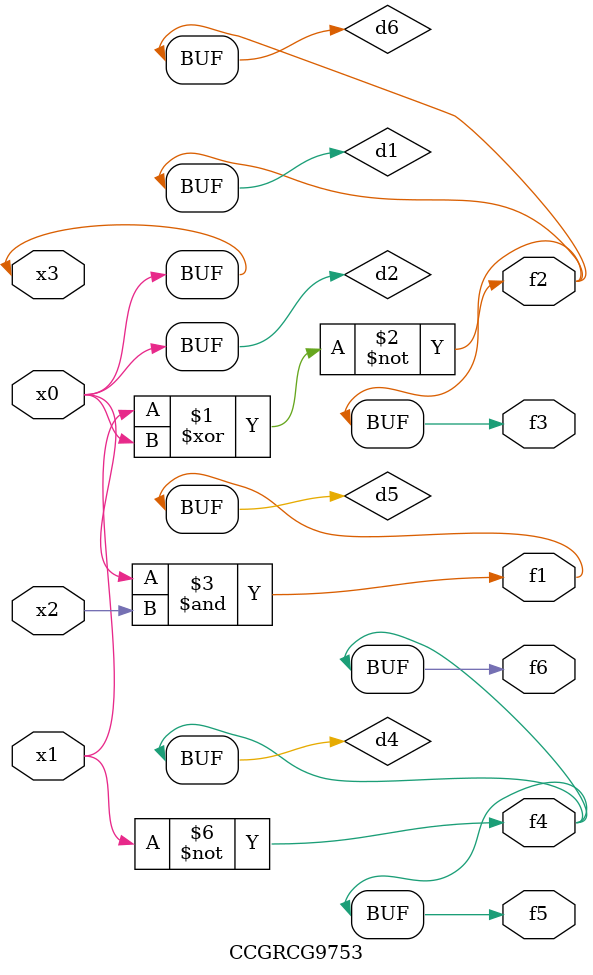
<source format=v>
module CCGRCG9753(
	input x0, x1, x2, x3,
	output f1, f2, f3, f4, f5, f6
);

	wire d1, d2, d3, d4, d5, d6;

	xnor (d1, x1, x3);
	buf (d2, x0, x3);
	nand (d3, x0, x2);
	not (d4, x1);
	nand (d5, d3);
	or (d6, d1);
	assign f1 = d5;
	assign f2 = d6;
	assign f3 = d6;
	assign f4 = d4;
	assign f5 = d4;
	assign f6 = d4;
endmodule

</source>
